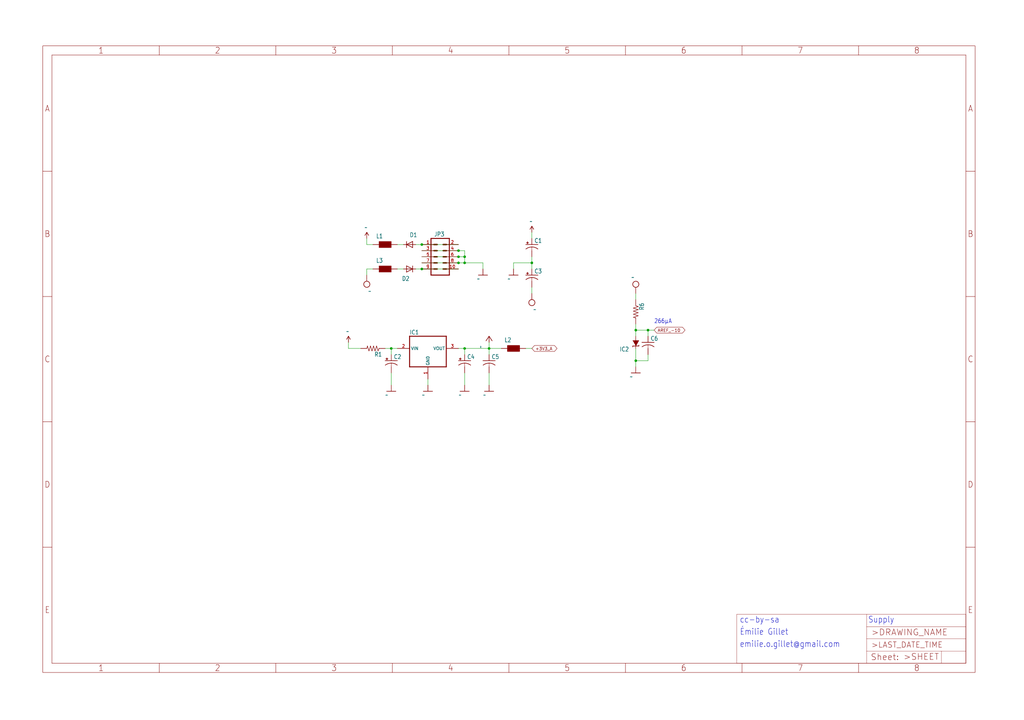
<source format=kicad_sch>
(kicad_sch (version 20211123) (generator eeschema)
  (paper "User" 425.45 299.161)
  (lib_symbols
    (symbol "warps-eagle-import:+3V3" (power)
      (property "Value" "+3V3" (at -2.54 -5.08 90))
      (symbol "+3V3_1_0"
        (polyline (pts (xy 0 0) (xy -1.27 -1.905)) (stroke (width 0.254)))
        (polyline (pts (xy 1.27 -1.905) (xy 0 0)) (stroke (width 0.254)))
        (pin power_in line (at 0 -2.54 90) (length 2.54) (name "+3V3") (number "1"))
      )
    )
    (symbol "warps-eagle-import:A3L-LOC"
      (symbol "A3L-LOC_1_0"
        (polyline (pts (xy 0 52.07) (xy 3.81 52.07)))
        (polyline (pts (xy 0 104.14) (xy 3.81 104.14)))
        (polyline (pts (xy 0 156.21) (xy 3.81 156.21)))
        (polyline (pts (xy 0 208.28) (xy 3.81 208.28)))
        (polyline (pts (xy 3.81 3.81) (xy 3.81 256.54)))
        (polyline (pts (xy 48.4188 0) (xy 48.4188 3.81)))
        (polyline (pts (xy 48.4188 256.54) (xy 48.4188 260.35)))
        (polyline (pts (xy 96.8375 0) (xy 96.8375 3.81)))
        (polyline (pts (xy 96.8375 256.54) (xy 96.8375 260.35)))
        (polyline (pts (xy 145.2563 0) (xy 145.2563 3.81)))
        (polyline (pts (xy 145.2563 256.54) (xy 145.2563 260.35)))
        (polyline (pts (xy 193.675 0) (xy 193.675 3.81)))
        (polyline (pts (xy 193.675 256.54) (xy 193.675 260.35)))
        (polyline (pts (xy 242.0938 0) (xy 242.0938 3.81)))
        (polyline (pts (xy 242.0938 256.54) (xy 242.0938 260.35)))
        (polyline (pts (xy 288.29 3.81) (xy 288.29 24.13)) (stroke (width 0.1016)))
        (polyline (pts (xy 288.29 3.81) (xy 342.265 3.81)) (stroke (width 0.1016)))
        (polyline (pts (xy 288.29 24.13) (xy 342.265 24.13)) (stroke (width 0.1016)))
        (polyline (pts (xy 290.5125 0) (xy 290.5125 3.81)))
        (polyline (pts (xy 290.5125 256.54) (xy 290.5125 260.35)))
        (polyline (pts (xy 338.9313 0) (xy 338.9313 3.81)))
        (polyline (pts (xy 338.9313 256.54) (xy 338.9313 260.35)))
        (polyline (pts (xy 342.265 3.81) (xy 373.38 3.81)) (stroke (width 0.1016)))
        (polyline (pts (xy 342.265 8.89) (xy 342.265 3.81)) (stroke (width 0.1016)))
        (polyline (pts (xy 342.265 8.89) (xy 342.265 13.97)) (stroke (width 0.1016)))
        (polyline (pts (xy 342.265 13.97) (xy 342.265 19.05)) (stroke (width 0.1016)))
        (polyline (pts (xy 342.265 13.97) (xy 383.54 13.97)) (stroke (width 0.1016)))
        (polyline (pts (xy 342.265 19.05) (xy 342.265 24.13)) (stroke (width 0.1016)))
        (polyline (pts (xy 342.265 19.05) (xy 383.54 19.05)) (stroke (width 0.1016)))
        (polyline (pts (xy 342.265 24.13) (xy 383.54 24.13)) (stroke (width 0.1016)))
        (polyline (pts (xy 373.38 3.81) (xy 373.38 8.89)) (stroke (width 0.1016)))
        (polyline (pts (xy 373.38 3.81) (xy 383.54 3.81)) (stroke (width 0.1016)))
        (polyline (pts (xy 373.38 8.89) (xy 342.265 8.89)) (stroke (width 0.1016)))
        (polyline (pts (xy 373.38 8.89) (xy 383.54 8.89)) (stroke (width 0.1016)))
        (polyline (pts (xy 383.54 3.81) (xy 3.81 3.81)))
        (polyline (pts (xy 383.54 3.81) (xy 383.54 8.89)) (stroke (width 0.1016)))
        (polyline (pts (xy 383.54 3.81) (xy 383.54 256.54)))
        (polyline (pts (xy 383.54 8.89) (xy 383.54 13.97)) (stroke (width 0.1016)))
        (polyline (pts (xy 383.54 13.97) (xy 383.54 19.05)) (stroke (width 0.1016)))
        (polyline (pts (xy 383.54 19.05) (xy 383.54 24.13)) (stroke (width 0.1016)))
        (polyline (pts (xy 383.54 52.07) (xy 387.35 52.07)))
        (polyline (pts (xy 383.54 104.14) (xy 387.35 104.14)))
        (polyline (pts (xy 383.54 156.21) (xy 387.35 156.21)))
        (polyline (pts (xy 383.54 208.28) (xy 387.35 208.28)))
        (polyline (pts (xy 383.54 256.54) (xy 3.81 256.54)))
        (polyline (pts (xy 0 0) (xy 387.35 0) (xy 387.35 260.35) (xy 0 260.35) (xy 0 0)))
        (text "1" (at 24.2094 1.905 0) (effects (font (size 2.54 2.286))))
        (text "1" (at 24.2094 258.445 0) (effects (font (size 2.54 2.286))))
        (text "2" (at 72.6281 1.905 0) (effects (font (size 2.54 2.286))))
        (text "2" (at 72.6281 258.445 0) (effects (font (size 2.54 2.286))))
        (text "3" (at 121.0469 1.905 0) (effects (font (size 2.54 2.286))))
        (text "3" (at 121.0469 258.445 0) (effects (font (size 2.54 2.286))))
        (text "4" (at 169.4656 1.905 0) (effects (font (size 2.54 2.286))))
        (text "4" (at 169.4656 258.445 0) (effects (font (size 2.54 2.286))))
        (text "5" (at 217.8844 1.905 0) (effects (font (size 2.54 2.286))))
        (text "5" (at 217.8844 258.445 0) (effects (font (size 2.54 2.286))))
        (text "6" (at 266.3031 1.905 0) (effects (font (size 2.54 2.286))))
        (text "6" (at 266.3031 258.445 0) (effects (font (size 2.54 2.286))))
        (text "7" (at 314.7219 1.905 0) (effects (font (size 2.54 2.286))))
        (text "7" (at 314.7219 258.445 0) (effects (font (size 2.54 2.286))))
        (text "8" (at 363.1406 1.905 0) (effects (font (size 2.54 2.286))))
        (text "8" (at 363.1406 258.445 0) (effects (font (size 2.54 2.286))))
        (text ">DRAWING_NAME" (at 344.17 15.24 0) (effects (font (size 2.54 2.54)) (justify left bottom)))
        (text ">LAST_DATE_TIME" (at 344.17 10.16 0) (effects (font (size 2.286 2.286)) (justify left bottom)))
        (text ">SHEET" (at 357.505 5.08 0) (effects (font (size 2.54 2.54)) (justify left bottom)))
        (text "A" (at 1.905 234.315 0) (effects (font (size 2.54 2.286))))
        (text "A" (at 385.445 234.315 0) (effects (font (size 2.54 2.286))))
        (text "B" (at 1.905 182.245 0) (effects (font (size 2.54 2.286))))
        (text "B" (at 385.445 182.245 0) (effects (font (size 2.54 2.286))))
        (text "C" (at 1.905 130.175 0) (effects (font (size 2.54 2.286))))
        (text "C" (at 385.445 130.175 0) (effects (font (size 2.54 2.286))))
        (text "D" (at 1.905 78.105 0) (effects (font (size 2.54 2.286))))
        (text "D" (at 385.445 78.105 0) (effects (font (size 2.54 2.286))))
        (text "E" (at 1.905 26.035 0) (effects (font (size 2.54 2.286))))
        (text "E" (at 385.445 26.035 0) (effects (font (size 2.54 2.286))))
        (text "Sheet:" (at 343.916 4.953 0) (effects (font (size 2.54 2.54)) (justify left bottom)))
      )
    )
    (symbol "warps-eagle-import:C-USC0603"
      (property "Reference" "C" (at 1.016 0.635 0))
      (property "Value" "C-USC0603" (at 1.016 -4.191 0))
      (symbol "C-USC0603_1_0"
        (arc (start 0 -1.0161) (mid -1.302 -1.2303) (end -2.4668 -1.8504) (stroke (width 0.254)))
        (polyline (pts (xy -2.54 0) (xy 2.54 0)) (stroke (width 0.254)))
        (polyline (pts (xy 0 -1.016) (xy 0 -2.54)) (stroke (width 0.1524)))
        (arc (start 2.4892 -1.8542) (mid 1.3158 -1.2195) (end 0 -1) (stroke (width 0.254)))
        (pin passive line (at 0 2.54 270) (length 2.54) (name "1") (number "1"))
        (pin passive line (at 0 -5.08 90) (length 2.54) (name "2") (number "2"))
      )
    )
    (symbol "warps-eagle-import:CPOL-USD"
      (property "Reference" "C" (at 1.016 0.635 0))
      (property "Value" "CPOL-USD" (at 1.016 -4.191 0))
      (symbol "CPOL-USD_1_0"
        (rectangle (start -2.253 0.668) (end -1.364 0.795) (fill (type outline)))
        (rectangle (start -1.872 0.287) (end -1.745 1.176) (fill (type outline)))
        (arc (start 0 -1.0161) (mid -1.3021 -1.2302) (end -2.4669 -1.8504) (stroke (width 0.254)))
        (polyline (pts (xy -2.54 0) (xy 2.54 0)) (stroke (width 0.254)))
        (polyline (pts (xy 0 -1.016) (xy 0 -2.54)) (stroke (width 0.1524)))
        (arc (start 2.4892 -1.8542) (mid 1.3158 -1.2195) (end 0 -1) (stroke (width 0.254)))
        (pin passive line (at 0 2.54 270) (length 2.54) (name "+") (number "+"))
        (pin passive line (at 0 -5.08 90) (length 2.54) (name "-") (number "-"))
      )
    )
    (symbol "warps-eagle-import:DIODE-SOD123"
      (property "Reference" "D" (at 2.54 0.4826 0))
      (property "Value" "DIODE-SOD123" (at 2.54 -2.3114 0))
      (symbol "DIODE-SOD123_1_0"
        (polyline (pts (xy -1.27 -1.27) (xy 1.27 0)) (stroke (width 0.254)))
        (polyline (pts (xy -1.27 1.27) (xy -1.27 -1.27)) (stroke (width 0.254)))
        (polyline (pts (xy 1.27 0) (xy -1.27 1.27)) (stroke (width 0.254)))
        (polyline (pts (xy 1.27 0) (xy 1.27 -1.27)) (stroke (width 0.254)))
        (polyline (pts (xy 1.27 1.27) (xy 1.27 0)) (stroke (width 0.254)))
        (pin passive line (at -2.54 0 0) (length 2.54) (name "A") (number "A"))
        (pin passive line (at 2.54 0 180) (length 2.54) (name "C") (number "C"))
      )
    )
    (symbol "warps-eagle-import:GND" (power)
      (property "Value" "GND" (at -2.54 -2.54 0))
      (symbol "GND_1_0"
        (polyline (pts (xy -1.905 0) (xy 1.905 0)) (stroke (width 0.254)))
        (pin power_in line (at 0 2.54 270) (length 2.54) (name "GND") (number "1"))
      )
    )
    (symbol "warps-eagle-import:LM4041DBZ"
      (property "Reference" "IC" (at 2.794 1.905 0))
      (property "Value" "LM4041DBZ" (at 2.794 -0.889 0))
      (symbol "LM4041DBZ_1_0"
        (polyline (pts (xy -1.27 1.524) (xy -1.27 1.143)) (stroke (width 0.254)))
        (polyline (pts (xy 0 1.524) (xy -1.27 1.524)) (stroke (width 0.254)))
        (polyline (pts (xy 1.27 1.524) (xy 0 1.524)) (stroke (width 0.254)))
        (polyline (pts (xy 1.27 1.905) (xy 1.27 1.524)) (stroke (width 0.254)))
        (polyline (pts (xy 0 1.524) (xy -1.27 -0.762) (xy 1.27 -0.762)) (fill (type outline)))
        (pin passive line (at 0 2.54 270) (length 2.54) (name "C") (number "1"))
        (pin passive line (at 0 -2.54 90) (length 2.54) (name "A") (number "2"))
      )
    )
    (symbol "warps-eagle-import:M05X2PTH"
      (property "Reference" "JP" (at -2.54 8.382 0))
      (property "Value" "M05X2PTH" (at -2.54 -10.16 0))
      (symbol "M05X2PTH_1_0"
        (polyline (pts (xy -3.81 7.62) (xy -3.81 -7.62)) (stroke (width 0.4064)))
        (polyline (pts (xy -3.81 7.62) (xy 3.81 7.62)) (stroke (width 0.4064)))
        (polyline (pts (xy -1.27 -5.08) (xy -2.54 -5.08)) (stroke (width 0.6096)))
        (polyline (pts (xy -1.27 -2.54) (xy -2.54 -2.54)) (stroke (width 0.6096)))
        (polyline (pts (xy -1.27 0) (xy -2.54 0)) (stroke (width 0.6096)))
        (polyline (pts (xy -1.27 2.54) (xy -2.54 2.54)) (stroke (width 0.6096)))
        (polyline (pts (xy -1.27 5.08) (xy -2.54 5.08)) (stroke (width 0.6096)))
        (polyline (pts (xy 1.27 -5.08) (xy 2.54 -5.08)) (stroke (width 0.6096)))
        (polyline (pts (xy 1.27 -2.54) (xy 2.54 -2.54)) (stroke (width 0.6096)))
        (polyline (pts (xy 1.27 0) (xy 2.54 0)) (stroke (width 0.6096)))
        (polyline (pts (xy 1.27 2.54) (xy 2.54 2.54)) (stroke (width 0.6096)))
        (polyline (pts (xy 1.27 5.08) (xy 2.54 5.08)) (stroke (width 0.6096)))
        (polyline (pts (xy 3.81 -7.62) (xy -3.81 -7.62)) (stroke (width 0.4064)))
        (polyline (pts (xy 3.81 -7.62) (xy 3.81 7.62)) (stroke (width 0.4064)))
        (pin passive line (at -7.62 5.08 0) (length 5.08) (name "1") (number "1"))
        (pin passive line (at 7.62 -5.08 180) (length 5.08) (name "10") (number "10"))
        (pin passive line (at 7.62 5.08 180) (length 5.08) (name "2") (number "2"))
        (pin passive line (at -7.62 2.54 0) (length 5.08) (name "3") (number "3"))
        (pin passive line (at 7.62 2.54 180) (length 5.08) (name "4") (number "4"))
        (pin passive line (at -7.62 0 0) (length 5.08) (name "5") (number "5"))
        (pin passive line (at 7.62 0 180) (length 5.08) (name "6") (number "6"))
        (pin passive line (at -7.62 -2.54 0) (length 5.08) (name "7") (number "7"))
        (pin passive line (at 7.62 -2.54 180) (length 5.08) (name "8") (number "8"))
        (pin passive line (at -7.62 -5.08 0) (length 5.08) (name "9") (number "9"))
      )
    )
    (symbol "warps-eagle-import:R-US_R0603"
      (property "Reference" "R" (at -3.81 1.4986 0))
      (property "Value" "R-US_R0603" (at -3.81 -3.302 0))
      (symbol "R-US_R0603_1_0"
        (polyline (pts (xy -2.54 0) (xy -2.159 1.016)) (stroke (width 0.2032)))
        (polyline (pts (xy -2.159 1.016) (xy -1.524 -1.016)) (stroke (width 0.2032)))
        (polyline (pts (xy -1.524 -1.016) (xy -0.889 1.016)) (stroke (width 0.2032)))
        (polyline (pts (xy -0.889 1.016) (xy -0.254 -1.016)) (stroke (width 0.2032)))
        (polyline (pts (xy -0.254 -1.016) (xy 0.381 1.016)) (stroke (width 0.2032)))
        (polyline (pts (xy 0.381 1.016) (xy 1.016 -1.016)) (stroke (width 0.2032)))
        (polyline (pts (xy 1.016 -1.016) (xy 1.651 1.016)) (stroke (width 0.2032)))
        (polyline (pts (xy 1.651 1.016) (xy 2.286 -1.016)) (stroke (width 0.2032)))
        (polyline (pts (xy 2.286 -1.016) (xy 2.54 0)) (stroke (width 0.2032)))
        (pin passive line (at -5.08 0 0) (length 2.54) (name "1") (number "1"))
        (pin passive line (at 5.08 0 180) (length 2.54) (name "2") (number "2"))
      )
    )
    (symbol "warps-eagle-import:R-US_R1206"
      (property "Reference" "R" (at -3.81 1.4986 0))
      (property "Value" "R-US_R1206" (at -3.81 -3.302 0))
      (symbol "R-US_R1206_1_0"
        (polyline (pts (xy -2.54 0) (xy -2.159 1.016)) (stroke (width 0.2032)))
        (polyline (pts (xy -2.159 1.016) (xy -1.524 -1.016)) (stroke (width 0.2032)))
        (polyline (pts (xy -1.524 -1.016) (xy -0.889 1.016)) (stroke (width 0.2032)))
        (polyline (pts (xy -0.889 1.016) (xy -0.254 -1.016)) (stroke (width 0.2032)))
        (polyline (pts (xy -0.254 -1.016) (xy 0.381 1.016)) (stroke (width 0.2032)))
        (polyline (pts (xy 0.381 1.016) (xy 1.016 -1.016)) (stroke (width 0.2032)))
        (polyline (pts (xy 1.016 -1.016) (xy 1.651 1.016)) (stroke (width 0.2032)))
        (polyline (pts (xy 1.651 1.016) (xy 2.286 -1.016)) (stroke (width 0.2032)))
        (polyline (pts (xy 2.286 -1.016) (xy 2.54 0)) (stroke (width 0.2032)))
        (pin passive line (at -5.08 0 0) (length 2.54) (name "1") (number "1"))
        (pin passive line (at 5.08 0 180) (length 2.54) (name "2") (number "2"))
      )
    )
    (symbol "warps-eagle-import:REG1117T"
      (property "Reference" "IC" (at -7.62 5.715 0))
      (property "Value" "REG1117T" (at -5.08 2.54 0))
      (symbol "REG1117T_1_0"
        (polyline (pts (xy -7.62 -7.62) (xy 7.62 -7.62)) (stroke (width 0.4064)))
        (polyline (pts (xy -7.62 5.08) (xy -7.62 -7.62)) (stroke (width 0.4064)))
        (polyline (pts (xy 7.62 -7.62) (xy 7.62 5.08)) (stroke (width 0.4064)))
        (polyline (pts (xy 7.62 5.08) (xy -7.62 5.08)) (stroke (width 0.4064)))
        (pin power_in line (at 0 -12.7 90) (length 5.08) (name "GND") (number "1"))
        (pin input line (at -12.7 0 0) (length 5.08) (name "VIN") (number "2"))
        (pin output line (at 12.7 0 180) (length 5.08) (name "VOUT") (number "3"))
      )
    )
    (symbol "warps-eagle-import:VCC" (power)
      (property "Value" "VCC" (at -1.016 3.556 0))
      (symbol "VCC_1_0"
        (polyline (pts (xy 0 2.54) (xy -0.762 1.27)) (stroke (width 0.254)))
        (polyline (pts (xy 0.762 1.27) (xy 0 2.54)) (stroke (width 0.254)))
        (pin power_in line (at 0 0 90) (length 2.54) (name "VCC") (number "1"))
      )
    )
    (symbol "warps-eagle-import:VEE" (power)
      (property "Value" "VEE" (at -1.905 3.175 0))
      (symbol "VEE_1_0"
        (circle (center 0 1.27) (radius 1.27) (stroke (width 0.254)))
        (pin power_in line (at 0 -2.54 90) (length 2.54) (name "VEE") (number "1"))
      )
    )
    (symbol "warps-eagle-import:WE-CBF_0603"
      (property "Reference" "L" (at -3.81 5.08 0))
      (property "Value" "WE-CBF_0603" (at -3.81 -1.27 0))
      (symbol "WE-CBF_0603_1_0"
        (rectangle (start -2.54 1.27) (end 2.54 3.81) (fill (type outline)))
        (pin passive line (at -5.08 2.54 0) (length 2.54) (name "1") (number "1"))
        (pin passive line (at 5.08 2.54 180) (length 2.54) (name "2") (number "2"))
      )
    )
  )
  (junction (at 220.98 109.22))
  (junction (at 190.5 109.22))
  (junction (at 175.26 111.76))
  (junction (at 190.5 106.68))
  (junction (at 193.04 144.78))
  (junction (at 193.04 109.22))
  (junction (at 269.24 137.16))
  (junction (at 193.04 106.68))
  (junction (at 162.56 144.78))
  (junction (at 264.16 137.16))
  (junction (at 175.26 101.6))
  (junction (at 264.16 149.86))
  (junction (at 190.5 104.14))
  (junction (at 203.2 144.78))
  (wire (pts (xy 269.24 137.16) (xy 271.78 137.16)))
  (wire (pts (xy 190.5 106.68) (xy 175.26 106.68)))
  (wire (pts (xy 200.66 109.22) (xy 200.66 111.76)))
  (wire (pts (xy 220.98 119.38) (xy 220.98 121.92)))
  (wire (pts (xy 162.56 144.78) (xy 165.1 144.78)))
  (wire (pts (xy 190.5 104.14) (xy 193.04 104.14)))
  (wire (pts (xy 165.1 111.76) (xy 167.64 111.76)))
  (wire (pts (xy 190.5 144.78) (xy 193.04 144.78)))
  (wire (pts (xy 193.04 144.78) (xy 203.2 144.78)))
  (wire (pts (xy 193.04 147.32) (xy 193.04 144.78)))
  (wire (pts (xy 193.04 104.14) (xy 193.04 106.68)))
  (wire (pts (xy 264.16 149.86) (xy 269.24 149.86)))
  (wire (pts (xy 175.26 101.6) (xy 190.5 101.6)))
  (wire (pts (xy 144.78 144.78) (xy 144.78 142.24)))
  (wire (pts (xy 154.94 101.6) (xy 152.4 101.6)))
  (wire (pts (xy 193.04 154.94) (xy 193.04 160.02)))
  (wire (pts (xy 175.26 111.76) (xy 190.5 111.76)))
  (wire (pts (xy 193.04 106.68) (xy 190.5 106.68)))
  (wire (pts (xy 175.26 109.22) (xy 190.5 109.22)))
  (wire (pts (xy 160.02 144.78) (xy 162.56 144.78)))
  (wire (pts (xy 172.72 101.6) (xy 175.26 101.6)))
  (wire (pts (xy 269.24 137.16) (xy 269.24 139.7)))
  (wire (pts (xy 172.72 111.76) (xy 175.26 111.76)))
  (wire (pts (xy 208.28 144.78) (xy 203.2 144.78)))
  (wire (pts (xy 154.94 111.76) (xy 152.4 111.76)))
  (wire (pts (xy 264.16 124.46) (xy 264.16 121.92)))
  (wire (pts (xy 177.8 157.48) (xy 177.8 160.02)))
  (wire (pts (xy 175.26 104.14) (xy 190.5 104.14)))
  (wire (pts (xy 264.16 139.7) (xy 264.16 137.16)))
  (wire (pts (xy 264.16 144.78) (xy 264.16 149.86)))
  (wire (pts (xy 264.16 149.86) (xy 264.16 152.4)))
  (wire (pts (xy 162.56 147.32) (xy 162.56 144.78)))
  (wire (pts (xy 220.98 109.22) (xy 213.36 109.22)))
  (wire (pts (xy 213.36 109.22) (xy 213.36 111.76)))
  (wire (pts (xy 269.24 147.32) (xy 269.24 149.86)))
  (wire (pts (xy 165.1 101.6) (xy 167.64 101.6)))
  (wire (pts (xy 190.5 109.22) (xy 193.04 109.22)))
  (wire (pts (xy 162.56 154.94) (xy 162.56 160.02)))
  (wire (pts (xy 152.4 101.6) (xy 152.4 99.06)))
  (wire (pts (xy 264.16 137.16) (xy 264.16 134.62)))
  (wire (pts (xy 218.44 144.78) (xy 220.98 144.78)))
  (wire (pts (xy 193.04 109.22) (xy 200.66 109.22)))
  (wire (pts (xy 203.2 154.94) (xy 203.2 160.02)))
  (wire (pts (xy 193.04 106.68) (xy 193.04 109.22)))
  (wire (pts (xy 152.4 111.76) (xy 152.4 114.3)))
  (wire (pts (xy 269.24 137.16) (xy 264.16 137.16)))
  (wire (pts (xy 203.2 144.78) (xy 203.2 142.24)))
  (wire (pts (xy 203.2 144.78) (xy 203.2 147.32)))
  (wire (pts (xy 220.98 109.22) (xy 220.98 111.76)))
  (wire (pts (xy 220.98 109.22) (xy 220.98 106.68)))
  (wire (pts (xy 149.86 144.78) (xy 144.78 144.78)))
  (wire (pts (xy 220.98 99.06) (xy 220.98 96.52)))
  (text "266µA" (at 271.78 134.62 180) (effects (font (size 1.778 1.5113)) (justify left bottom)))
  (text "emilie.o.gillet@gmail.com" (at 307.34 269.24 180) (effects (font (size 2.54 2.159)) (justify left bottom)))
  (text "cc-by-sa" (at 307.34 259.08 180) (effects (font (size 2.54 2.159)) (justify left bottom)))
  (text "Émilie Gillet" (at 307.34 264.16 180) (effects (font (size 2.54 2.159)) (justify left bottom)))
  (text "Supply" (at 360.68 259.08 180) (effects (font (size 2.54 2.159)) (justify left bottom)))
  (global_label "+3V3_A" (shape bidirectional) (at 220.98 144.78 0) (effects (font (size 1.2446 1.2446))) (property "Intersheet References" "${INTERSHEET_REFS}" (effects hide)))
  (global_label "AREF_-10" (shape bidirectional) (at 271.78 137.16 0) (effects (font (size 1.2446 1.2446))) (property "Intersheet References" "${INTERSHEET_REFS}" (effects hide)))
  (symbol (lib_id "warps-eagle-import:DIODE-SOD123") (at 170.18 101.6 180) (unit 1)
    (property "Reference" "D1" (at 170.18 98.5774 0) (effects (font (size 1.778 1.5113)) (justify right top)))
  )
  (symbol (lib_id "warps-eagle-import:GND") (at 162.56 162.56 0) (unit 1)
    (property "Reference" "#GND43" (effects hide))
  )
  (symbol (lib_id "warps-eagle-import:VCC") (at 220.98 96.52 0) (unit 1)
    (property "Reference" "#P+3" (effects hide))
  )
  (symbol (lib_id "warps-eagle-import:R-US_R0603") (at 264.16 129.54 270) (unit 1)
    (property "Reference" "R6" (at 265.6586 125.73 0) (effects (font (size 1.778 1.5113)) (justify left bottom)))
  )
  (symbol (lib_id "warps-eagle-import:VEE") (at 220.98 124.46 180) (unit 1)
    (property "Reference" "#SUPPLY3" (effects hide))
  )
  (symbol (lib_id "warps-eagle-import:GND") (at 177.8 162.56 0) (unit 1)
    (property "Reference" "#GND34" (effects hide))
  )
  (symbol (lib_id "warps-eagle-import:REG1117T") (at 177.8 144.78 0) (unit 1)
    (property "Reference" "IC1" (at 170.18 139.065 0) (effects (font (size 1.778 1.5113)) (justify left bottom)))
  )
  (symbol (lib_id "warps-eagle-import:GND") (at 213.36 114.3 0) (unit 1)
    (property "Reference" "#GND24" (effects hide))
  )
  (symbol (lib_id "warps-eagle-import:CPOL-USD") (at 220.98 114.3 0) (unit 1)
    (property "Reference" "C3" (at 221.996 113.665 0) (effects (font (size 1.778 1.5113)) (justify left bottom)))
  )
  (symbol (lib_id "warps-eagle-import:DIODE-SOD123") (at 170.18 111.76 0) (unit 1)
    (property "Reference" "D2" (at 170.18 114.7826 0) (effects (font (size 1.778 1.5113)) (justify right top)))
  )
  (symbol (lib_id "warps-eagle-import:VCC") (at 144.78 142.24 0) (unit 1)
    (property "Reference" "#P+8" (effects hide))
  )
  (symbol (lib_id "warps-eagle-import:WE-CBF_0603") (at 160.02 114.3 0) (unit 1)
    (property "Reference" "L3" (at 156.21 109.22 0) (effects (font (size 1.778 1.5113)) (justify left bottom)))
  )
  (symbol (lib_id "warps-eagle-import:CPOL-USD") (at 220.98 101.6 0) (unit 1)
    (property "Reference" "C1" (at 221.996 100.965 0) (effects (font (size 1.778 1.5113)) (justify left bottom)))
  )
  (symbol (lib_id "warps-eagle-import:LM4041DBZ") (at 264.16 142.24 180) (unit 1)
    (property "Reference" "IC2" (at 261.366 144.145 0) (effects (font (size 1.778 1.5113)) (justify left bottom)))
  )
  (symbol (lib_id "warps-eagle-import:VEE") (at 264.16 119.38 0) (unit 1)
    (property "Reference" "#SUPPLY1" (effects hide))
  )
  (symbol (lib_id "warps-eagle-import:CPOL-USD") (at 193.04 149.86 0) (unit 1)
    (property "Reference" "C4" (at 194.056 149.225 0) (effects (font (size 1.778 1.5113)) (justify left bottom)))
  )
  (symbol (lib_id "warps-eagle-import:CPOL-USD") (at 162.56 149.86 0) (unit 1)
    (property "Reference" "C2" (at 163.576 149.225 0) (effects (font (size 1.778 1.5113)) (justify left bottom)))
  )
  (symbol (lib_id "warps-eagle-import:+3V3") (at 203.2 139.7 0) (unit 1)
    (property "Reference" "#+3V1" (effects hide))
  )
  (symbol (lib_id "warps-eagle-import:WE-CBF_0603") (at 160.02 104.14 0) (unit 1)
    (property "Reference" "L1" (at 156.21 99.06 0) (effects (font (size 1.778 1.5113)) (justify left bottom)))
  )
  (symbol (lib_id "warps-eagle-import:GND") (at 193.04 162.56 0) (unit 1)
    (property "Reference" "#GND35" (effects hide))
  )
  (symbol (lib_id "warps-eagle-import:VEE") (at 152.4 116.84 180) (unit 1)
    (property "Reference" "#SUPPLY2" (effects hide))
  )
  (symbol (lib_id "warps-eagle-import:VCC") (at 152.4 99.06 0) (unit 1)
    (property "Reference" "#P+2" (effects hide))
  )
  (symbol (lib_id "warps-eagle-import:A3L-LOC") (at 17.78 279.4 0) (unit 1)
    (property "Reference" "#FRAME2" (effects hide))
  )
  (symbol (lib_id "warps-eagle-import:M05X2PTH") (at 182.88 106.68 0) (unit 1)
    (property "Reference" "JP3" (at 180.34 98.298 0) (effects (font (size 1.778 1.5113)) (justify left bottom)))
  )
  (symbol (lib_id "warps-eagle-import:GND") (at 203.2 162.56 0) (unit 1)
    (property "Reference" "#GND36" (effects hide))
  )
  (symbol (lib_id "warps-eagle-import:C-USC0603") (at 269.24 142.24 0) (unit 1)
    (property "Reference" "C6" (at 270.256 141.605 0) (effects (font (size 1.778 1.5113)) (justify left bottom)))
  )
  (symbol (lib_id "warps-eagle-import:WE-CBF_0603") (at 213.36 147.32 0) (unit 1)
    (property "Reference" "L2" (at 209.55 142.24 0) (effects (font (size 1.778 1.5113)) (justify left bottom)))
  )
  (symbol (lib_id "warps-eagle-import:GND") (at 264.16 154.94 0) (unit 1)
    (property "Reference" "#GND69" (effects hide))
  )
  (symbol (lib_id "warps-eagle-import:C-USC0603") (at 203.2 149.86 0) (unit 1)
    (property "Reference" "C5" (at 204.216 149.225 0) (effects (font (size 1.778 1.5113)) (justify left bottom)))
  )
  (symbol (lib_id "warps-eagle-import:GND") (at 200.66 114.3 0) (unit 1)
    (property "Reference" "#GND4" (effects hide))
  )
  (symbol (lib_id "warps-eagle-import:R-US_R1206") (at 154.94 144.78 180) (unit 1)
    (property "Reference" "R1" (at 158.75 146.2786 0) (effects (font (size 1.778 1.5113)) (justify left bottom)))
  )
)
</source>
